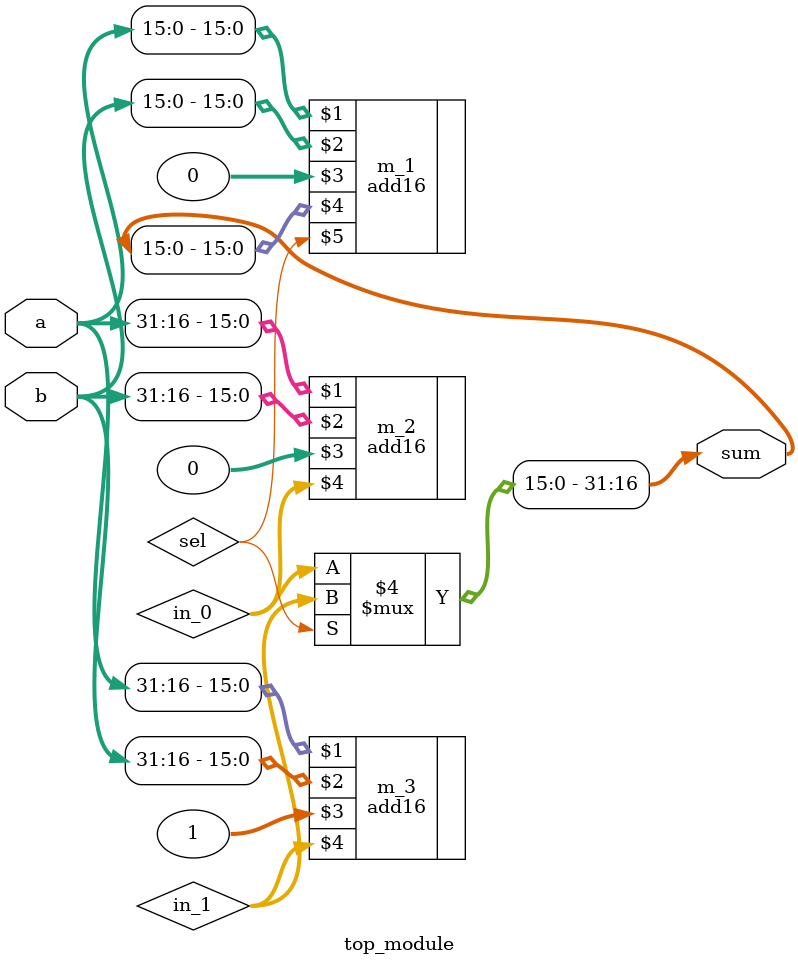
<source format=v>
module top_module(
    input [31:0] a,
    input [31:0] b,
    output [31:0] sum
);
    wire sel;
    wire [15:0]in_0,in_1;
    add16 m_1(a[15:0], b[15:0], 0, sum[15:0], sel);
    add16 m_2(a[31:16], b[31:16], 0, in_0, );
    add16 m_3(a[31:16], b[31:16], 1, in_1, );
    assign sum[31:16] = sel? in_1: in_0;
endmodule

</source>
